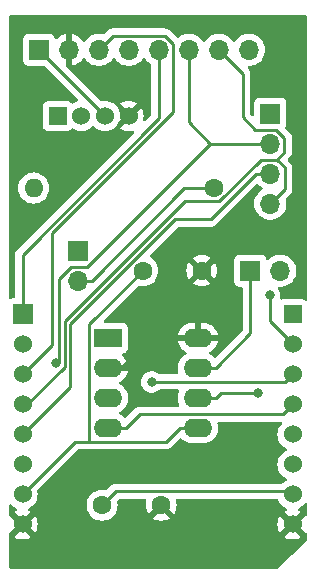
<source format=gbl>
G04 #@! TF.GenerationSoftware,KiCad,Pcbnew,8.0.6*
G04 #@! TF.CreationDate,2025-01-06T22:58:22-05:00*
G04 #@! TF.ProjectId,MikroBusCAN,4d696b72-6f42-4757-9343-414e2e6b6963,rev?*
G04 #@! TF.SameCoordinates,Original*
G04 #@! TF.FileFunction,Copper,L2,Bot*
G04 #@! TF.FilePolarity,Positive*
%FSLAX46Y46*%
G04 Gerber Fmt 4.6, Leading zero omitted, Abs format (unit mm)*
G04 Created by KiCad (PCBNEW 8.0.6) date 2025-01-06 22:58:22*
%MOMM*%
%LPD*%
G01*
G04 APERTURE LIST*
G04 #@! TA.AperFunction,ComponentPad*
%ADD10R,1.524000X1.524000*%
G04 #@! TD*
G04 #@! TA.AperFunction,ComponentPad*
%ADD11C,1.524000*%
G04 #@! TD*
G04 #@! TA.AperFunction,ComponentPad*
%ADD12R,1.700000X1.700000*%
G04 #@! TD*
G04 #@! TA.AperFunction,ComponentPad*
%ADD13O,1.700000X1.700000*%
G04 #@! TD*
G04 #@! TA.AperFunction,ComponentPad*
%ADD14C,1.600000*%
G04 #@! TD*
G04 #@! TA.AperFunction,ComponentPad*
%ADD15O,1.600000X1.600000*%
G04 #@! TD*
G04 #@! TA.AperFunction,ComponentPad*
%ADD16R,1.676400X1.676400*%
G04 #@! TD*
G04 #@! TA.AperFunction,ComponentPad*
%ADD17R,2.400000X1.600000*%
G04 #@! TD*
G04 #@! TA.AperFunction,ComponentPad*
%ADD18O,2.400000X1.600000*%
G04 #@! TD*
G04 #@! TA.AperFunction,ViaPad*
%ADD19C,0.800000*%
G04 #@! TD*
G04 #@! TA.AperFunction,Conductor*
%ADD20C,0.250000*%
G04 #@! TD*
G04 APERTURE END LIST*
D10*
X64900000Y-72658000D03*
D11*
X66900000Y-72658000D03*
X68900000Y-72658000D03*
X70900000Y-72658000D03*
D12*
X82900000Y-72458000D03*
D13*
X82900000Y-74998000D03*
X82900000Y-77538000D03*
X82900000Y-80078000D03*
D14*
X77100000Y-85758000D03*
X72100000Y-85758000D03*
X78100000Y-78758000D03*
D15*
X62860000Y-78758000D03*
D14*
X68650000Y-105608000D03*
X73650000Y-105608000D03*
D16*
X61915200Y-89457600D03*
D11*
X61915200Y-91997600D03*
X61915200Y-94537600D03*
X61915200Y-97077600D03*
X61915200Y-99617600D03*
X61915200Y-102157600D03*
X61915200Y-104697600D03*
X61915200Y-107237600D03*
X84775200Y-107237600D03*
X84775200Y-104697600D03*
X84775200Y-102157600D03*
X84775200Y-99617600D03*
X84775200Y-97077600D03*
X84775200Y-94537600D03*
X84775200Y-91997600D03*
D10*
X84775200Y-89457600D03*
D12*
X63300000Y-67058000D03*
D13*
X65840000Y-67058000D03*
X68380000Y-67058000D03*
X70920000Y-67058000D03*
X73460000Y-67058000D03*
X76000000Y-67058000D03*
X78540000Y-67058000D03*
X81080000Y-67058000D03*
D12*
X66600000Y-84058000D03*
D13*
X66600000Y-86598000D03*
D17*
X69130000Y-91458000D03*
D18*
X69130000Y-93998000D03*
X69130000Y-96538000D03*
X69130000Y-99078000D03*
X76750000Y-99078000D03*
X76750000Y-96538000D03*
X76750000Y-93998000D03*
X76750000Y-91458000D03*
D12*
X81200000Y-85758000D03*
D13*
X83740000Y-85758000D03*
D19*
X64752000Y-93587300D03*
X82833400Y-87851800D03*
X72848700Y-95176700D03*
X81872800Y-96090800D03*
D20*
X72850000Y-91408000D02*
X72900000Y-91458000D01*
X72900000Y-91458000D02*
X76750000Y-91458000D01*
X69130000Y-93998000D02*
X70260000Y-93998000D01*
X70260000Y-93998000D02*
X72850000Y-91408000D01*
X68650000Y-105608000D02*
X69832800Y-104425200D01*
X69832800Y-104425200D02*
X84502800Y-104425200D01*
X84502800Y-104425200D02*
X84775200Y-104697600D01*
X76750000Y-93998000D02*
X78276700Y-93998000D01*
X81200000Y-86934700D02*
X81200000Y-91074700D01*
X81200000Y-91074700D02*
X78276700Y-93998000D01*
X81200000Y-85758000D02*
X81200000Y-86934700D01*
X75616700Y-78758000D02*
X78100000Y-78758000D01*
X66600000Y-86598000D02*
X67776700Y-86598000D01*
X67776700Y-86598000D02*
X75616700Y-78758000D01*
X76000000Y-73175900D02*
X76000000Y-67058000D01*
X64969800Y-93369500D02*
X64752000Y-93587300D01*
X66040700Y-85421000D02*
X64969800Y-86491900D01*
X77822100Y-74998000D02*
X67399100Y-85421000D01*
X67399100Y-85421000D02*
X66040700Y-85421000D01*
X77822100Y-74998000D02*
X76000000Y-73175900D01*
X82900000Y-74998000D02*
X77822100Y-74998000D01*
X64969800Y-86491900D02*
X64969800Y-93369500D01*
X82833400Y-90055800D02*
X84775200Y-91997600D01*
X82833400Y-87851800D02*
X82833400Y-90055800D01*
X69556700Y-65881300D02*
X73952000Y-65881300D01*
X64439000Y-92013800D02*
X61915200Y-94537600D01*
X74644400Y-66573700D02*
X74644400Y-72322500D01*
X74644400Y-72322500D02*
X64439000Y-82527900D01*
X73952000Y-65881300D02*
X74644400Y-66573700D01*
X68380000Y-67058000D02*
X69556700Y-65881300D01*
X64439000Y-82527900D02*
X64439000Y-92013800D01*
X76750000Y-99078000D02*
X75223300Y-99078000D01*
X67566700Y-100223000D02*
X67566700Y-90291300D01*
X67566700Y-90291300D02*
X72100000Y-85758000D01*
X74078300Y-100223000D02*
X67566700Y-100223000D01*
X61915200Y-104697600D02*
X66389800Y-100223000D01*
X68900000Y-72658000D02*
X63300000Y-67058000D01*
X66389800Y-100223000D02*
X67566700Y-100223000D01*
X75223300Y-99078000D02*
X74078300Y-100223000D01*
X71830800Y-97903900D02*
X83948900Y-97903900D01*
X69130000Y-99078000D02*
X70656700Y-99078000D01*
X83948900Y-97903900D02*
X84775200Y-97077600D01*
X70656700Y-99078000D02*
X71830800Y-97903900D01*
X84084000Y-74520299D02*
X83386701Y-73823000D01*
X82106600Y-76344900D02*
X83440500Y-76344900D01*
X62289400Y-97077600D02*
X65478700Y-93888300D01*
X84102000Y-78876000D02*
X82900000Y-80078000D01*
X65478700Y-93888300D02*
X65478700Y-90051000D01*
X78566800Y-79884700D02*
X82106600Y-76344900D01*
X80562600Y-69080600D02*
X78540000Y-67058000D01*
X61915200Y-97077600D02*
X62289400Y-97077600D01*
X75645000Y-79884700D02*
X78566800Y-79884700D01*
X84084000Y-75701400D02*
X84084000Y-74520299D01*
X81615000Y-73823000D02*
X80562600Y-72770600D01*
X65478700Y-90051000D02*
X75645000Y-79884700D01*
X84102000Y-77006400D02*
X84102000Y-78876000D01*
X83440500Y-76344900D02*
X84084000Y-75701400D01*
X80562600Y-72770600D02*
X80562600Y-69080600D01*
X83386701Y-73823000D02*
X81615000Y-73823000D01*
X83440500Y-76344900D02*
X84102000Y-77006400D01*
X65930400Y-90303900D02*
X74841200Y-81393100D01*
X82900000Y-77538000D02*
X81723300Y-77538000D01*
X74841200Y-81393100D02*
X77868200Y-81393100D01*
X65930400Y-95602400D02*
X65930400Y-90303900D01*
X77868200Y-81393100D02*
X81723300Y-77538000D01*
X61915200Y-99617600D02*
X65930400Y-95602400D01*
X84775200Y-94537600D02*
X84136100Y-95176700D01*
X84136100Y-95176700D02*
X72848700Y-95176700D01*
X61915200Y-84400700D02*
X73460000Y-72855900D01*
X73460000Y-72855900D02*
X73460000Y-67058000D01*
X61915200Y-89457600D02*
X61915200Y-84400700D01*
X78276700Y-96538000D02*
X78723900Y-96090800D01*
X76750000Y-96538000D02*
X78276700Y-96538000D01*
X78723900Y-96090800D02*
X81872800Y-96090800D01*
G04 #@! TA.AperFunction,Conductor*
G36*
X83822573Y-98557402D02*
G01*
X83869066Y-98611058D01*
X83879170Y-98681332D01*
X83849676Y-98745912D01*
X83843547Y-98752495D01*
X83798225Y-98797816D01*
X83798220Y-98797822D01*
X83670712Y-98979923D01*
X83576761Y-99181401D01*
X83576759Y-99181406D01*
X83550056Y-99281063D01*
X83519222Y-99396137D01*
X83499847Y-99617600D01*
X83519222Y-99839063D01*
X83547051Y-99942921D01*
X83576759Y-100053793D01*
X83576761Y-100053799D01*
X83670711Y-100255275D01*
X83670712Y-100255277D01*
X83798216Y-100437372D01*
X83798220Y-100437377D01*
X83798223Y-100437381D01*
X83955419Y-100594577D01*
X83955423Y-100594580D01*
X83955427Y-100594583D01*
X84059324Y-100667332D01*
X84137523Y-100722088D01*
X84247573Y-100773405D01*
X84300858Y-100820322D01*
X84320319Y-100888599D01*
X84299777Y-100956559D01*
X84247573Y-101001795D01*
X84137523Y-101053112D01*
X83955422Y-101180620D01*
X83955416Y-101180625D01*
X83798225Y-101337816D01*
X83798220Y-101337822D01*
X83670712Y-101519923D01*
X83670712Y-101519924D01*
X83576760Y-101721404D01*
X83519222Y-101936137D01*
X83499847Y-102157600D01*
X83519222Y-102379063D01*
X83529900Y-102418913D01*
X83576759Y-102593793D01*
X83576761Y-102593799D01*
X83670711Y-102795275D01*
X83670712Y-102795277D01*
X83798216Y-102977372D01*
X83798220Y-102977377D01*
X83798223Y-102977381D01*
X83955419Y-103134577D01*
X83955423Y-103134580D01*
X83955427Y-103134583D01*
X84059324Y-103207332D01*
X84137523Y-103262088D01*
X84247573Y-103313405D01*
X84300858Y-103360322D01*
X84320319Y-103428599D01*
X84299777Y-103496559D01*
X84247573Y-103541795D01*
X84137523Y-103593112D01*
X83955422Y-103720620D01*
X83955416Y-103720625D01*
X83921247Y-103754795D01*
X83858935Y-103788821D01*
X83832152Y-103791700D01*
X69770403Y-103791700D01*
X69697368Y-103806228D01*
X69648015Y-103816045D01*
X69648013Y-103816045D01*
X69648012Y-103816046D01*
X69532724Y-103863800D01*
X69428967Y-103933127D01*
X69063246Y-104298848D01*
X69000934Y-104332873D01*
X68941540Y-104331459D01*
X68878090Y-104314457D01*
X68650000Y-104294502D01*
X68421913Y-104314457D01*
X68200759Y-104373715D01*
X68200753Y-104373717D01*
X67993250Y-104470477D01*
X67805703Y-104601799D01*
X67805697Y-104601804D01*
X67643804Y-104763697D01*
X67643799Y-104763703D01*
X67512477Y-104951250D01*
X67415717Y-105158753D01*
X67415715Y-105158759D01*
X67368418Y-105335275D01*
X67356457Y-105379913D01*
X67336502Y-105608000D01*
X67356457Y-105836087D01*
X67415716Y-106057243D01*
X67512477Y-106264749D01*
X67643802Y-106452300D01*
X67805700Y-106614198D01*
X67993251Y-106745523D01*
X68200757Y-106842284D01*
X68421913Y-106901543D01*
X68650000Y-106921498D01*
X68878087Y-106901543D01*
X69099243Y-106842284D01*
X69306749Y-106745523D01*
X69494300Y-106614198D01*
X69656198Y-106452300D01*
X69787523Y-106264749D01*
X69884284Y-106057243D01*
X69943543Y-105836087D01*
X69963498Y-105608000D01*
X69943543Y-105379913D01*
X69926540Y-105316458D01*
X69928230Y-105245483D01*
X69959152Y-105194752D01*
X70007570Y-105146335D01*
X70058301Y-105095604D01*
X70120613Y-105061579D01*
X70147396Y-105058700D01*
X72278837Y-105058700D01*
X72346958Y-105078702D01*
X72393451Y-105132358D01*
X72403555Y-105202632D01*
X72400544Y-105217312D01*
X72356951Y-105379999D01*
X72337004Y-105608000D01*
X72356951Y-105836002D01*
X72416186Y-106057068D01*
X72416188Y-106057073D01*
X72512913Y-106264501D01*
X72562898Y-106335888D01*
X72562900Y-106335888D01*
X73250000Y-105648788D01*
X73250000Y-105660661D01*
X73277259Y-105762394D01*
X73329920Y-105853606D01*
X73404394Y-105928080D01*
X73495606Y-105980741D01*
X73597339Y-106008000D01*
X73609210Y-106008000D01*
X72922110Y-106695098D01*
X72922110Y-106695100D01*
X72993498Y-106745086D01*
X73200926Y-106841811D01*
X73200931Y-106841813D01*
X73421999Y-106901048D01*
X73421995Y-106901048D01*
X73650000Y-106920995D01*
X73878002Y-106901048D01*
X74099068Y-106841813D01*
X74099073Y-106841811D01*
X74306497Y-106745088D01*
X74377888Y-106695099D01*
X74377888Y-106695097D01*
X73690791Y-106008000D01*
X73702661Y-106008000D01*
X73804394Y-105980741D01*
X73895606Y-105928080D01*
X73970080Y-105853606D01*
X74022741Y-105762394D01*
X74050000Y-105660661D01*
X74050000Y-105648791D01*
X74737097Y-106335888D01*
X74737099Y-106335888D01*
X74787088Y-106264497D01*
X74883811Y-106057073D01*
X74883813Y-106057068D01*
X74943048Y-105836002D01*
X74962995Y-105608000D01*
X74943048Y-105379999D01*
X74899456Y-105217312D01*
X74901146Y-105146335D01*
X74940940Y-105087539D01*
X75006204Y-105059591D01*
X75021163Y-105058700D01*
X83461471Y-105058700D01*
X83529592Y-105078702D01*
X83575666Y-105131450D01*
X83670711Y-105335275D01*
X83670712Y-105335277D01*
X83798216Y-105517372D01*
X83798220Y-105517377D01*
X83798223Y-105517381D01*
X83955419Y-105674577D01*
X83955423Y-105674580D01*
X83955427Y-105674583D01*
X84059324Y-105747332D01*
X84137523Y-105802088D01*
X84202510Y-105832392D01*
X84248164Y-105853681D01*
X84301449Y-105900598D01*
X84320910Y-105968876D01*
X84300368Y-106036836D01*
X84248165Y-106082070D01*
X84137777Y-106133545D01*
X84074594Y-106177785D01*
X84695566Y-106798757D01*
X84603629Y-106823392D01*
X84502270Y-106881911D01*
X84419511Y-106964670D01*
X84360992Y-107066029D01*
X84336357Y-107157966D01*
X83715385Y-106536994D01*
X83671146Y-106600175D01*
X83577233Y-106801572D01*
X83577231Y-106801576D01*
X83519717Y-107016225D01*
X83500349Y-107237600D01*
X83519717Y-107458974D01*
X83577231Y-107673623D01*
X83577233Y-107673627D01*
X83671146Y-107875025D01*
X83715384Y-107938203D01*
X83715385Y-107938203D01*
X84336356Y-107317231D01*
X84360992Y-107409171D01*
X84419511Y-107510530D01*
X84502270Y-107593289D01*
X84603629Y-107651808D01*
X84695566Y-107676442D01*
X84074595Y-108297413D01*
X84074595Y-108297414D01*
X84137775Y-108341653D01*
X84137774Y-108341653D01*
X84339172Y-108435566D01*
X84339176Y-108435568D01*
X84553825Y-108493082D01*
X84775200Y-108512450D01*
X84996574Y-108493082D01*
X85211223Y-108435568D01*
X85211227Y-108435566D01*
X85412625Y-108341653D01*
X85412626Y-108341652D01*
X85475803Y-108297414D01*
X85475803Y-108297412D01*
X84854833Y-107676442D01*
X84946771Y-107651808D01*
X85048130Y-107593289D01*
X85130889Y-107510530D01*
X85189408Y-107409171D01*
X85214042Y-107317233D01*
X85835012Y-107938203D01*
X85883519Y-107933960D01*
X85953124Y-107947950D01*
X86004116Y-107997349D01*
X86020500Y-108059481D01*
X86020500Y-108573120D01*
X86000498Y-108641241D01*
X85980998Y-108664740D01*
X83562407Y-110948120D01*
X83499142Y-110980339D01*
X83475909Y-110982500D01*
X60897500Y-110982500D01*
X60829379Y-110962498D01*
X60782886Y-110908842D01*
X60771500Y-110856500D01*
X60771500Y-108068369D01*
X60791502Y-108000248D01*
X60814452Y-107980361D01*
X60813840Y-107979749D01*
X61476356Y-107317232D01*
X61500992Y-107409171D01*
X61559511Y-107510530D01*
X61642270Y-107593289D01*
X61743629Y-107651808D01*
X61835566Y-107676442D01*
X61214595Y-108297413D01*
X61214595Y-108297414D01*
X61277775Y-108341653D01*
X61277774Y-108341653D01*
X61479172Y-108435566D01*
X61479176Y-108435568D01*
X61693825Y-108493082D01*
X61915200Y-108512450D01*
X62136574Y-108493082D01*
X62351223Y-108435568D01*
X62351227Y-108435566D01*
X62552625Y-108341653D01*
X62552626Y-108341652D01*
X62615803Y-108297414D01*
X62615803Y-108297412D01*
X61994833Y-107676442D01*
X62086771Y-107651808D01*
X62188130Y-107593289D01*
X62270889Y-107510530D01*
X62329408Y-107409171D01*
X62354042Y-107317233D01*
X62975012Y-107938203D01*
X62975014Y-107938203D01*
X63019252Y-107875026D01*
X63019253Y-107875025D01*
X63113166Y-107673627D01*
X63113168Y-107673623D01*
X63170682Y-107458974D01*
X63190050Y-107237600D01*
X63170682Y-107016225D01*
X63113168Y-106801576D01*
X63113166Y-106801572D01*
X63019251Y-106600171D01*
X62975015Y-106536995D01*
X62975013Y-106536995D01*
X62354042Y-107157966D01*
X62329408Y-107066029D01*
X62270889Y-106964670D01*
X62188130Y-106881911D01*
X62086771Y-106823392D01*
X61994832Y-106798757D01*
X62615803Y-106177785D01*
X62615803Y-106177784D01*
X62552625Y-106133546D01*
X62552620Y-106133543D01*
X62442234Y-106082069D01*
X62388950Y-106035152D01*
X62369489Y-105966875D01*
X62390031Y-105898915D01*
X62442234Y-105853681D01*
X62552877Y-105802088D01*
X62734981Y-105674577D01*
X62892177Y-105517381D01*
X63019688Y-105335277D01*
X63113640Y-105133796D01*
X63171178Y-104919063D01*
X63190553Y-104697600D01*
X63171178Y-104476137D01*
X63160713Y-104437082D01*
X63162401Y-104366111D01*
X63193322Y-104315380D01*
X66615299Y-100893405D01*
X66677611Y-100859379D01*
X66704394Y-100856500D01*
X74140693Y-100856500D01*
X74140694Y-100856500D01*
X74263085Y-100832155D01*
X74378375Y-100784400D01*
X74482133Y-100715071D01*
X75220260Y-99976943D01*
X75282569Y-99942921D01*
X75353384Y-99947985D01*
X75398447Y-99976946D01*
X75497564Y-100076063D01*
X75497567Y-100076065D01*
X75497570Y-100076068D01*
X75664197Y-100197129D01*
X75847710Y-100290634D01*
X76043592Y-100354280D01*
X76247019Y-100386500D01*
X76247022Y-100386500D01*
X77252978Y-100386500D01*
X77252981Y-100386500D01*
X77456408Y-100354280D01*
X77652290Y-100290634D01*
X77835803Y-100197129D01*
X78002430Y-100076068D01*
X78148068Y-99930430D01*
X78269129Y-99763803D01*
X78362634Y-99580290D01*
X78426280Y-99384408D01*
X78458500Y-99180981D01*
X78458500Y-98975019D01*
X78426280Y-98771592D01*
X78403776Y-98702334D01*
X78401749Y-98631369D01*
X78438411Y-98570571D01*
X78502123Y-98539246D01*
X78523610Y-98537400D01*
X83754452Y-98537400D01*
X83822573Y-98557402D01*
G37*
G04 #@! TD.AperFunction*
G04 #@! TA.AperFunction,Conductor*
G36*
X60980012Y-105559624D02*
G01*
X60986595Y-105565753D01*
X61095419Y-105674577D01*
X61095423Y-105674580D01*
X61095427Y-105674583D01*
X61199324Y-105747332D01*
X61277523Y-105802088D01*
X61342510Y-105832392D01*
X61388164Y-105853681D01*
X61441449Y-105900598D01*
X61460910Y-105968876D01*
X61440368Y-106036836D01*
X61388165Y-106082070D01*
X61277777Y-106133545D01*
X61214594Y-106177785D01*
X61835566Y-106798757D01*
X61743629Y-106823392D01*
X61642270Y-106881911D01*
X61559511Y-106964670D01*
X61500992Y-107066029D01*
X61476357Y-107157966D01*
X60813839Y-106495448D01*
X60814521Y-106494765D01*
X60787880Y-106468952D01*
X60771500Y-106406828D01*
X60771500Y-105654848D01*
X60791502Y-105586727D01*
X60845158Y-105540234D01*
X60915432Y-105530130D01*
X60980012Y-105559624D01*
G37*
G04 #@! TD.AperFunction*
G04 #@! TA.AperFunction,Conductor*
G36*
X85980724Y-105441919D02*
G01*
X86016709Y-105503121D01*
X86020500Y-105533797D01*
X86020500Y-106415717D01*
X86000498Y-106483838D01*
X85946842Y-106530331D01*
X85883520Y-106541238D01*
X85835014Y-106536994D01*
X85214042Y-107157966D01*
X85189408Y-107066029D01*
X85130889Y-106964670D01*
X85048130Y-106881911D01*
X84946771Y-106823392D01*
X84854832Y-106798757D01*
X85475803Y-106177785D01*
X85475803Y-106177784D01*
X85412625Y-106133546D01*
X85412620Y-106133543D01*
X85302234Y-106082069D01*
X85248950Y-106035152D01*
X85229489Y-105966875D01*
X85250031Y-105898915D01*
X85302234Y-105853681D01*
X85412877Y-105802088D01*
X85594981Y-105674577D01*
X85752177Y-105517381D01*
X85791287Y-105461527D01*
X85846744Y-105417198D01*
X85917363Y-105409889D01*
X85980724Y-105441919D01*
G37*
G04 #@! TD.AperFunction*
G04 #@! TA.AperFunction,Conductor*
G36*
X85962621Y-64153502D02*
G01*
X86009114Y-64207158D01*
X86020500Y-64259500D01*
X86020500Y-88170482D01*
X86000498Y-88238603D01*
X85946842Y-88285096D01*
X85876568Y-88295200D01*
X85818992Y-88271351D01*
X85783406Y-88244712D01*
X85783402Y-88244710D01*
X85646404Y-88193611D01*
X85646396Y-88193609D01*
X85585849Y-88187100D01*
X85585838Y-88187100D01*
X83964562Y-88187100D01*
X83964550Y-88187100D01*
X83904003Y-88193609D01*
X83903996Y-88193611D01*
X83890876Y-88198505D01*
X83820060Y-88203569D01*
X83757748Y-88169543D01*
X83723724Y-88107230D01*
X83726667Y-88048418D01*
X83725570Y-88048185D01*
X83726942Y-88041730D01*
X83732915Y-87984900D01*
X83746904Y-87851800D01*
X83726942Y-87661872D01*
X83667927Y-87480244D01*
X83572440Y-87314856D01*
X83572439Y-87314855D01*
X83569138Y-87309137D01*
X83570704Y-87308232D01*
X83549820Y-87249683D01*
X83565906Y-87180533D01*
X83616824Y-87131057D01*
X83675615Y-87116500D01*
X83852565Y-87116500D01*
X83852569Y-87116500D01*
X84074635Y-87079444D01*
X84287574Y-87006342D01*
X84485576Y-86899189D01*
X84663240Y-86760906D01*
X84815722Y-86595268D01*
X84938860Y-86406791D01*
X85029296Y-86200616D01*
X85084564Y-85982368D01*
X85103156Y-85758000D01*
X85084564Y-85533632D01*
X85084562Y-85533624D01*
X85029297Y-85315387D01*
X85029296Y-85315386D01*
X85029296Y-85315384D01*
X84938860Y-85109209D01*
X84887182Y-85030110D01*
X84815724Y-84920734D01*
X84815720Y-84920729D01*
X84663237Y-84755091D01*
X84581382Y-84691381D01*
X84485576Y-84616811D01*
X84287574Y-84509658D01*
X84287572Y-84509657D01*
X84287571Y-84509656D01*
X84074639Y-84436557D01*
X84074630Y-84436555D01*
X84030476Y-84429187D01*
X83852569Y-84399500D01*
X83627431Y-84399500D01*
X83479211Y-84424233D01*
X83405369Y-84436555D01*
X83405360Y-84436557D01*
X83192428Y-84509656D01*
X83192426Y-84509658D01*
X82994426Y-84616810D01*
X82994424Y-84616811D01*
X82816762Y-84755091D01*
X82755754Y-84821363D01*
X82694901Y-84857933D01*
X82623936Y-84855798D01*
X82565391Y-84815636D01*
X82544999Y-84780057D01*
X82520265Y-84713744D01*
X82500889Y-84661796D01*
X82500888Y-84661794D01*
X82500887Y-84661792D01*
X82413261Y-84544738D01*
X82296207Y-84457112D01*
X82296202Y-84457110D01*
X82159204Y-84406011D01*
X82159196Y-84406009D01*
X82098649Y-84399500D01*
X82098638Y-84399500D01*
X80301362Y-84399500D01*
X80301350Y-84399500D01*
X80240803Y-84406009D01*
X80240795Y-84406011D01*
X80103797Y-84457110D01*
X80103792Y-84457112D01*
X79986738Y-84544738D01*
X79899112Y-84661792D01*
X79899110Y-84661797D01*
X79848011Y-84798795D01*
X79848009Y-84798803D01*
X79841500Y-84859350D01*
X79841500Y-86656649D01*
X79848009Y-86717196D01*
X79848011Y-86717204D01*
X79899110Y-86854202D01*
X79899112Y-86854207D01*
X79986738Y-86971261D01*
X80103792Y-87058887D01*
X80103794Y-87058888D01*
X80103796Y-87058889D01*
X80137599Y-87071497D01*
X80240795Y-87109988D01*
X80240803Y-87109990D01*
X80301350Y-87116499D01*
X80301355Y-87116499D01*
X80301362Y-87116500D01*
X80440500Y-87116500D01*
X80508621Y-87136502D01*
X80555114Y-87190158D01*
X80566500Y-87242500D01*
X80566500Y-90760104D01*
X80546498Y-90828225D01*
X80529595Y-90849199D01*
X78279741Y-93099052D01*
X78217429Y-93133078D01*
X78146613Y-93128013D01*
X78101551Y-93099052D01*
X78002435Y-92999936D01*
X78002432Y-92999934D01*
X78002430Y-92999932D01*
X77835803Y-92878871D01*
X77759486Y-92839985D01*
X77707873Y-92791239D01*
X77690807Y-92722324D01*
X77713708Y-92655122D01*
X77759488Y-92615453D01*
X77835545Y-92576699D01*
X78002107Y-92455684D01*
X78002110Y-92455682D01*
X78147682Y-92310110D01*
X78147684Y-92310107D01*
X78268699Y-92143545D01*
X78362170Y-91960099D01*
X78362173Y-91960093D01*
X78425791Y-91764295D01*
X78434074Y-91712000D01*
X77061686Y-91712000D01*
X77070080Y-91703606D01*
X77122741Y-91612394D01*
X77150000Y-91510661D01*
X77150000Y-91405339D01*
X77122741Y-91303606D01*
X77070080Y-91212394D01*
X77061686Y-91204000D01*
X78434074Y-91204000D01*
X78425791Y-91151704D01*
X78362173Y-90955906D01*
X78362170Y-90955900D01*
X78268699Y-90772454D01*
X78147684Y-90605892D01*
X78147682Y-90605889D01*
X78002110Y-90460317D01*
X78002107Y-90460315D01*
X77835545Y-90339300D01*
X77652099Y-90245829D01*
X77652093Y-90245826D01*
X77456294Y-90182208D01*
X77456298Y-90182208D01*
X77252939Y-90150000D01*
X77004000Y-90150000D01*
X77004000Y-91146314D01*
X76995606Y-91137920D01*
X76904394Y-91085259D01*
X76802661Y-91058000D01*
X76697339Y-91058000D01*
X76595606Y-91085259D01*
X76504394Y-91137920D01*
X76496000Y-91146314D01*
X76496000Y-90150000D01*
X76247061Y-90150000D01*
X76043703Y-90182208D01*
X75847906Y-90245826D01*
X75847900Y-90245829D01*
X75664454Y-90339300D01*
X75497892Y-90460315D01*
X75497889Y-90460317D01*
X75352317Y-90605889D01*
X75352315Y-90605892D01*
X75231300Y-90772454D01*
X75137829Y-90955900D01*
X75137826Y-90955906D01*
X75074208Y-91151704D01*
X75065926Y-91204000D01*
X76438314Y-91204000D01*
X76429920Y-91212394D01*
X76377259Y-91303606D01*
X76350000Y-91405339D01*
X76350000Y-91510661D01*
X76377259Y-91612394D01*
X76429920Y-91703606D01*
X76438314Y-91712000D01*
X75065926Y-91712000D01*
X75074208Y-91764295D01*
X75137826Y-91960093D01*
X75137829Y-91960099D01*
X75231300Y-92143545D01*
X75352315Y-92310107D01*
X75352317Y-92310110D01*
X75497889Y-92455682D01*
X75497892Y-92455684D01*
X75664455Y-92576700D01*
X75740511Y-92615453D01*
X75792126Y-92664202D01*
X75809192Y-92733117D01*
X75786291Y-92800318D01*
X75740511Y-92839987D01*
X75664193Y-92878872D01*
X75497567Y-92999934D01*
X75497564Y-92999936D01*
X75351936Y-93145564D01*
X75351934Y-93145567D01*
X75230873Y-93312193D01*
X75137367Y-93495708D01*
X75137364Y-93495714D01*
X75073721Y-93691587D01*
X75073720Y-93691590D01*
X75073720Y-93691592D01*
X75041500Y-93895019D01*
X75041500Y-94100981D01*
X75069266Y-94276286D01*
X75073721Y-94304412D01*
X75097717Y-94378264D01*
X75099745Y-94449231D01*
X75063082Y-94510029D01*
X74999370Y-94541355D01*
X74977884Y-94543200D01*
X73556900Y-94543200D01*
X73488779Y-94523198D01*
X73463263Y-94501510D01*
X73459952Y-94497833D01*
X73305452Y-94385582D01*
X73130988Y-94307906D01*
X72944187Y-94268200D01*
X72753213Y-94268200D01*
X72566411Y-94307906D01*
X72391947Y-94385582D01*
X72237444Y-94497835D01*
X72109665Y-94639748D01*
X72109658Y-94639758D01*
X72014176Y-94805138D01*
X72014173Y-94805145D01*
X71955157Y-94986772D01*
X71935196Y-95176700D01*
X71955157Y-95366627D01*
X71985226Y-95459170D01*
X72014173Y-95548256D01*
X72014176Y-95548261D01*
X72109658Y-95713641D01*
X72109665Y-95713651D01*
X72237444Y-95855564D01*
X72266341Y-95876559D01*
X72391948Y-95967818D01*
X72566412Y-96045494D01*
X72753213Y-96085200D01*
X72944187Y-96085200D01*
X73130988Y-96045494D01*
X73305452Y-95967818D01*
X73459953Y-95855566D01*
X73463263Y-95851890D01*
X73523709Y-95814650D01*
X73556900Y-95810200D01*
X75046656Y-95810200D01*
X75114777Y-95830202D01*
X75161270Y-95883858D01*
X75171374Y-95954132D01*
X75158923Y-95993400D01*
X75152383Y-96006238D01*
X75137367Y-96035708D01*
X75137364Y-96035714D01*
X75073721Y-96231587D01*
X75073720Y-96231590D01*
X75073720Y-96231592D01*
X75041500Y-96435019D01*
X75041500Y-96640981D01*
X75054697Y-96724300D01*
X75073721Y-96844412D01*
X75137082Y-97039418D01*
X75137366Y-97040290D01*
X75161267Y-97087198D01*
X75174371Y-97156974D01*
X75147671Y-97222758D01*
X75089644Y-97263665D01*
X75049000Y-97270400D01*
X71768403Y-97270400D01*
X71695368Y-97284928D01*
X71646015Y-97294745D01*
X71646013Y-97294745D01*
X71646012Y-97294746D01*
X71530723Y-97342501D01*
X71426971Y-97411826D01*
X71426969Y-97411827D01*
X70659741Y-98179053D01*
X70597429Y-98213078D01*
X70526613Y-98208013D01*
X70481551Y-98179052D01*
X70382435Y-98079936D01*
X70382432Y-98079934D01*
X70382430Y-98079932D01*
X70215803Y-97958871D01*
X70140034Y-97920265D01*
X70088422Y-97871519D01*
X70071356Y-97802604D01*
X70094257Y-97735402D01*
X70140034Y-97695735D01*
X70215803Y-97657129D01*
X70382430Y-97536068D01*
X70528068Y-97390430D01*
X70649129Y-97223803D01*
X70742634Y-97040290D01*
X70806280Y-96844408D01*
X70838500Y-96640981D01*
X70838500Y-96435019D01*
X70806280Y-96231592D01*
X70742634Y-96035710D01*
X70649129Y-95852197D01*
X70528068Y-95685570D01*
X70528065Y-95685567D01*
X70528063Y-95685564D01*
X70382435Y-95539936D01*
X70382432Y-95539934D01*
X70382430Y-95539932D01*
X70215803Y-95418871D01*
X70139486Y-95379985D01*
X70087873Y-95331239D01*
X70070807Y-95262324D01*
X70093708Y-95195122D01*
X70139488Y-95155453D01*
X70215545Y-95116699D01*
X70382107Y-94995684D01*
X70382110Y-94995682D01*
X70527682Y-94850110D01*
X70527684Y-94850107D01*
X70648699Y-94683545D01*
X70742170Y-94500099D01*
X70742173Y-94500093D01*
X70805791Y-94304295D01*
X70814074Y-94252000D01*
X69441686Y-94252000D01*
X69450080Y-94243606D01*
X69502741Y-94152394D01*
X69530000Y-94050661D01*
X69530000Y-93945339D01*
X69502741Y-93843606D01*
X69450080Y-93752394D01*
X69441686Y-93744000D01*
X70814074Y-93744000D01*
X70805791Y-93691704D01*
X70742173Y-93495906D01*
X70742170Y-93495900D01*
X70648699Y-93312454D01*
X70527684Y-93145892D01*
X70527682Y-93145889D01*
X70382110Y-93000317D01*
X70382102Y-93000310D01*
X70365934Y-92988563D01*
X70322581Y-92932340D01*
X70316507Y-92861604D01*
X70349640Y-92798813D01*
X70411461Y-92763903D01*
X70426523Y-92761351D01*
X70439201Y-92759989D01*
X70576204Y-92708889D01*
X70693261Y-92621261D01*
X70780889Y-92504204D01*
X70831989Y-92367201D01*
X70838500Y-92306638D01*
X70838500Y-90609362D01*
X70833871Y-90566304D01*
X70831990Y-90548803D01*
X70831988Y-90548795D01*
X70780889Y-90411797D01*
X70780887Y-90411792D01*
X70693261Y-90294738D01*
X70576207Y-90207112D01*
X70576202Y-90207110D01*
X70439204Y-90156011D01*
X70439196Y-90156009D01*
X70378649Y-90149500D01*
X70378638Y-90149500D01*
X68908594Y-90149500D01*
X68840473Y-90129498D01*
X68793980Y-90075842D01*
X68783876Y-90005568D01*
X68813370Y-89940988D01*
X68819499Y-89934405D01*
X69000873Y-89753030D01*
X71686753Y-87067149D01*
X71749063Y-87033126D01*
X71808457Y-87034539D01*
X71850653Y-87045846D01*
X71870065Y-87051048D01*
X71871913Y-87051543D01*
X72100000Y-87071498D01*
X72328087Y-87051543D01*
X72549243Y-86992284D01*
X72756749Y-86895523D01*
X72944300Y-86764198D01*
X73106198Y-86602300D01*
X73237523Y-86414749D01*
X73334284Y-86207243D01*
X73393543Y-85986087D01*
X73413498Y-85758000D01*
X75787004Y-85758000D01*
X75806951Y-85986002D01*
X75866186Y-86207068D01*
X75866188Y-86207073D01*
X75962913Y-86414501D01*
X76012899Y-86485888D01*
X76700000Y-85798788D01*
X76700000Y-85810661D01*
X76727259Y-85912394D01*
X76779920Y-86003606D01*
X76854394Y-86078080D01*
X76945606Y-86130741D01*
X77047339Y-86158000D01*
X77059210Y-86158000D01*
X76372110Y-86845098D01*
X76372110Y-86845100D01*
X76443498Y-86895086D01*
X76650926Y-86991811D01*
X76650931Y-86991813D01*
X76871999Y-87051048D01*
X76871995Y-87051048D01*
X77100000Y-87070995D01*
X77328002Y-87051048D01*
X77549068Y-86991813D01*
X77549073Y-86991811D01*
X77756497Y-86895088D01*
X77827888Y-86845099D01*
X77827888Y-86845097D01*
X77140791Y-86158000D01*
X77152661Y-86158000D01*
X77254394Y-86130741D01*
X77345606Y-86078080D01*
X77420080Y-86003606D01*
X77472741Y-85912394D01*
X77500000Y-85810661D01*
X77500000Y-85798791D01*
X78187097Y-86485888D01*
X78187099Y-86485888D01*
X78237088Y-86414497D01*
X78333811Y-86207073D01*
X78333813Y-86207068D01*
X78393048Y-85986002D01*
X78412995Y-85758000D01*
X78393048Y-85529997D01*
X78333813Y-85308931D01*
X78333811Y-85308926D01*
X78237086Y-85101498D01*
X78187100Y-85030110D01*
X78187098Y-85030110D01*
X77500000Y-85717208D01*
X77500000Y-85705339D01*
X77472741Y-85603606D01*
X77420080Y-85512394D01*
X77345606Y-85437920D01*
X77254394Y-85385259D01*
X77152661Y-85358000D01*
X77140790Y-85358000D01*
X77827888Y-84670899D01*
X77827888Y-84670898D01*
X77756501Y-84620913D01*
X77549073Y-84524188D01*
X77549068Y-84524186D01*
X77328000Y-84464951D01*
X77328004Y-84464951D01*
X77100000Y-84445004D01*
X76871997Y-84464951D01*
X76650931Y-84524186D01*
X76650926Y-84524188D01*
X76443500Y-84620913D01*
X76372109Y-84670900D01*
X77059209Y-85358000D01*
X77047339Y-85358000D01*
X76945606Y-85385259D01*
X76854394Y-85437920D01*
X76779920Y-85512394D01*
X76727259Y-85603606D01*
X76700000Y-85705339D01*
X76700000Y-85717209D01*
X76012900Y-85030109D01*
X75962913Y-85101500D01*
X75866188Y-85308926D01*
X75866186Y-85308931D01*
X75806951Y-85529997D01*
X75787004Y-85758000D01*
X73413498Y-85758000D01*
X73393543Y-85529913D01*
X73334284Y-85308757D01*
X73237523Y-85101251D01*
X73106198Y-84913700D01*
X72944300Y-84751802D01*
X72944296Y-84751799D01*
X72944291Y-84751795D01*
X72756749Y-84620477D01*
X72756745Y-84620475D01*
X72751367Y-84617967D01*
X72698083Y-84571049D01*
X72678623Y-84502771D01*
X72699166Y-84434811D01*
X72715519Y-84414683D01*
X75066699Y-82063505D01*
X75129011Y-82029479D01*
X75155794Y-82026600D01*
X77930593Y-82026600D01*
X77930594Y-82026600D01*
X78052985Y-82002255D01*
X78168275Y-81954500D01*
X78272033Y-81885171D01*
X81711128Y-78446075D01*
X81773438Y-78412051D01*
X81844253Y-78417116D01*
X81892922Y-78449834D01*
X81976762Y-78540908D01*
X82031331Y-78583381D01*
X82154424Y-78679189D01*
X82187680Y-78697186D01*
X82238071Y-78747200D01*
X82253423Y-78816516D01*
X82228862Y-78883129D01*
X82187680Y-78918814D01*
X82154426Y-78936810D01*
X82154424Y-78936811D01*
X81976762Y-79075091D01*
X81824279Y-79240729D01*
X81824275Y-79240734D01*
X81701141Y-79429206D01*
X81610703Y-79635386D01*
X81610702Y-79635387D01*
X81555437Y-79853624D01*
X81536844Y-80078000D01*
X81555437Y-80302375D01*
X81610702Y-80520612D01*
X81610703Y-80520613D01*
X81701141Y-80726793D01*
X81824275Y-80915265D01*
X81824279Y-80915270D01*
X81976762Y-81080908D01*
X82031331Y-81123381D01*
X82154424Y-81219189D01*
X82352426Y-81326342D01*
X82352427Y-81326342D01*
X82352428Y-81326343D01*
X82464227Y-81364723D01*
X82565365Y-81399444D01*
X82787431Y-81436500D01*
X82787435Y-81436500D01*
X83012565Y-81436500D01*
X83012569Y-81436500D01*
X83234635Y-81399444D01*
X83447574Y-81326342D01*
X83645576Y-81219189D01*
X83823240Y-81080906D01*
X83975722Y-80915268D01*
X84098860Y-80726791D01*
X84189296Y-80520616D01*
X84244564Y-80302368D01*
X84263156Y-80078000D01*
X84244564Y-79853632D01*
X84216817Y-79744063D01*
X84219483Y-79673119D01*
X84249864Y-79624039D01*
X84594072Y-79279833D01*
X84663401Y-79176075D01*
X84711155Y-79060784D01*
X84734627Y-78942785D01*
X84735500Y-78938394D01*
X84735500Y-76944006D01*
X84711155Y-76821615D01*
X84663400Y-76706325D01*
X84594071Y-76602567D01*
X84505833Y-76514329D01*
X84425499Y-76433995D01*
X84391473Y-76371683D01*
X84396538Y-76300868D01*
X84425499Y-76255805D01*
X84576071Y-76105233D01*
X84645400Y-76001475D01*
X84693155Y-75886185D01*
X84703283Y-75835268D01*
X84717500Y-75763794D01*
X84717500Y-74457905D01*
X84693155Y-74335514D01*
X84648138Y-74226833D01*
X84645401Y-74220224D01*
X84576072Y-74116466D01*
X84197999Y-73738393D01*
X84163973Y-73676081D01*
X84169038Y-73605266D01*
X84186224Y-73573793D01*
X84200889Y-73554204D01*
X84251989Y-73417201D01*
X84258500Y-73356638D01*
X84258500Y-71559362D01*
X84255638Y-71532738D01*
X84251990Y-71498803D01*
X84251988Y-71498795D01*
X84200889Y-71361797D01*
X84200887Y-71361792D01*
X84113261Y-71244738D01*
X83996207Y-71157112D01*
X83996202Y-71157110D01*
X83859204Y-71106011D01*
X83859196Y-71106009D01*
X83798649Y-71099500D01*
X83798638Y-71099500D01*
X82001362Y-71099500D01*
X82001350Y-71099500D01*
X81940803Y-71106009D01*
X81940795Y-71106011D01*
X81803797Y-71157110D01*
X81803792Y-71157112D01*
X81686738Y-71244738D01*
X81599112Y-71361792D01*
X81599110Y-71361797D01*
X81548011Y-71498795D01*
X81548009Y-71498803D01*
X81541500Y-71559350D01*
X81541500Y-72549406D01*
X81521498Y-72617527D01*
X81467842Y-72664020D01*
X81397568Y-72674124D01*
X81332988Y-72644630D01*
X81326405Y-72638501D01*
X81233005Y-72545101D01*
X81198979Y-72482789D01*
X81196100Y-72456006D01*
X81196100Y-69018207D01*
X81196099Y-69018203D01*
X81171755Y-68895815D01*
X81124000Y-68780525D01*
X81054671Y-68676767D01*
X81009499Y-68631595D01*
X80975473Y-68569283D01*
X80980538Y-68498468D01*
X81023085Y-68441632D01*
X81089605Y-68416821D01*
X81098594Y-68416500D01*
X81192565Y-68416500D01*
X81192569Y-68416500D01*
X81414635Y-68379444D01*
X81627574Y-68306342D01*
X81825576Y-68199189D01*
X82003240Y-68060906D01*
X82155722Y-67895268D01*
X82155927Y-67894955D01*
X82162441Y-67884983D01*
X82278860Y-67706791D01*
X82369296Y-67500616D01*
X82424564Y-67282368D01*
X82443156Y-67058000D01*
X82424564Y-66833632D01*
X82369296Y-66615384D01*
X82278860Y-66409209D01*
X82261597Y-66382786D01*
X82155724Y-66220734D01*
X82155720Y-66220729D01*
X82027667Y-66081629D01*
X82003240Y-66055094D01*
X82003239Y-66055093D01*
X82003237Y-66055091D01*
X81883367Y-65961792D01*
X81825576Y-65916811D01*
X81627574Y-65809658D01*
X81627572Y-65809657D01*
X81627571Y-65809656D01*
X81414639Y-65736557D01*
X81414630Y-65736555D01*
X81337029Y-65723606D01*
X81192569Y-65699500D01*
X80967431Y-65699500D01*
X80822971Y-65723606D01*
X80745369Y-65736555D01*
X80745360Y-65736557D01*
X80532428Y-65809656D01*
X80532426Y-65809658D01*
X80334426Y-65916810D01*
X80334424Y-65916811D01*
X80156762Y-66055091D01*
X80004279Y-66220729D01*
X79915483Y-66356643D01*
X79861479Y-66402731D01*
X79791131Y-66412306D01*
X79726774Y-66382329D01*
X79704517Y-66356643D01*
X79615720Y-66220729D01*
X79487667Y-66081629D01*
X79463240Y-66055094D01*
X79463239Y-66055093D01*
X79463237Y-66055091D01*
X79343367Y-65961792D01*
X79285576Y-65916811D01*
X79087574Y-65809658D01*
X79087572Y-65809657D01*
X79087571Y-65809656D01*
X78874639Y-65736557D01*
X78874630Y-65736555D01*
X78797029Y-65723606D01*
X78652569Y-65699500D01*
X78427431Y-65699500D01*
X78282971Y-65723606D01*
X78205369Y-65736555D01*
X78205360Y-65736557D01*
X77992428Y-65809656D01*
X77992426Y-65809658D01*
X77794426Y-65916810D01*
X77794424Y-65916811D01*
X77616762Y-66055091D01*
X77464279Y-66220729D01*
X77375483Y-66356643D01*
X77321479Y-66402731D01*
X77251131Y-66412306D01*
X77186774Y-66382329D01*
X77164517Y-66356643D01*
X77075720Y-66220729D01*
X76947667Y-66081629D01*
X76923240Y-66055094D01*
X76923239Y-66055093D01*
X76923237Y-66055091D01*
X76803367Y-65961792D01*
X76745576Y-65916811D01*
X76547574Y-65809658D01*
X76547572Y-65809657D01*
X76547571Y-65809656D01*
X76334639Y-65736557D01*
X76334630Y-65736555D01*
X76257029Y-65723606D01*
X76112569Y-65699500D01*
X75887431Y-65699500D01*
X75742971Y-65723606D01*
X75665369Y-65736555D01*
X75665360Y-65736557D01*
X75452428Y-65809656D01*
X75452426Y-65809658D01*
X75254426Y-65916810D01*
X75254423Y-65916811D01*
X75133603Y-66010850D01*
X75067560Y-66036906D01*
X74997915Y-66023120D01*
X74967117Y-66000513D01*
X74355835Y-65389231D01*
X74355833Y-65389229D01*
X74252075Y-65319900D01*
X74136785Y-65272145D01*
X74063086Y-65257485D01*
X74014396Y-65247800D01*
X74014394Y-65247800D01*
X69619094Y-65247800D01*
X69494306Y-65247800D01*
X69494303Y-65247800D01*
X69421268Y-65262328D01*
X69371915Y-65272145D01*
X69371913Y-65272145D01*
X69371912Y-65272146D01*
X69256623Y-65319901D01*
X69152871Y-65389226D01*
X69152869Y-65389227D01*
X68837794Y-65704301D01*
X68775482Y-65738326D01*
X68719781Y-65737382D01*
X68719776Y-65737414D01*
X68719563Y-65737378D01*
X68717764Y-65737348D01*
X68714642Y-65736557D01*
X68637029Y-65723606D01*
X68492569Y-65699500D01*
X68267431Y-65699500D01*
X68122971Y-65723606D01*
X68045369Y-65736555D01*
X68045360Y-65736557D01*
X67832428Y-65809656D01*
X67832426Y-65809658D01*
X67634426Y-65916810D01*
X67634424Y-65916811D01*
X67456762Y-66055091D01*
X67304279Y-66220729D01*
X67215183Y-66357101D01*
X67161179Y-66403189D01*
X67090831Y-66412764D01*
X67026474Y-66382786D01*
X67004217Y-66357100D01*
X66915327Y-66221044D01*
X66762902Y-66055465D01*
X66585301Y-65917232D01*
X66585300Y-65917231D01*
X66387371Y-65810117D01*
X66387369Y-65810116D01*
X66174512Y-65737043D01*
X66174501Y-65737040D01*
X66094000Y-65723606D01*
X66094000Y-66627297D01*
X66032993Y-66592075D01*
X65905826Y-66558000D01*
X65774174Y-66558000D01*
X65647007Y-66592075D01*
X65586000Y-66627297D01*
X65586000Y-65723607D01*
X65585999Y-65723606D01*
X65505498Y-65737040D01*
X65505487Y-65737043D01*
X65292630Y-65810116D01*
X65292628Y-65810117D01*
X65094699Y-65917231D01*
X65094698Y-65917232D01*
X64917096Y-66055465D01*
X64855951Y-66121888D01*
X64795098Y-66158459D01*
X64724134Y-66156324D01*
X64665588Y-66116163D01*
X64645195Y-66080583D01*
X64600889Y-65961796D01*
X64600887Y-65961792D01*
X64513261Y-65844738D01*
X64396207Y-65757112D01*
X64396202Y-65757110D01*
X64259204Y-65706011D01*
X64259196Y-65706009D01*
X64198649Y-65699500D01*
X64198638Y-65699500D01*
X62401362Y-65699500D01*
X62401350Y-65699500D01*
X62340803Y-65706009D01*
X62340795Y-65706011D01*
X62203797Y-65757110D01*
X62203792Y-65757112D01*
X62086738Y-65844738D01*
X61999112Y-65961792D01*
X61999110Y-65961797D01*
X61948011Y-66098795D01*
X61948009Y-66098803D01*
X61941500Y-66159350D01*
X61941500Y-67956649D01*
X61948009Y-68017196D01*
X61948011Y-68017204D01*
X61999110Y-68154202D01*
X61999112Y-68154207D01*
X62086738Y-68271261D01*
X62203792Y-68358887D01*
X62203794Y-68358888D01*
X62203796Y-68358889D01*
X62257600Y-68378957D01*
X62340795Y-68409988D01*
X62340803Y-68409990D01*
X62401350Y-68416499D01*
X62401355Y-68416499D01*
X62401362Y-68416500D01*
X63710406Y-68416500D01*
X63778527Y-68436502D01*
X63799501Y-68453405D01*
X66579096Y-71233000D01*
X66613122Y-71295312D01*
X66608057Y-71366127D01*
X66565510Y-71422963D01*
X66522613Y-71443801D01*
X66463814Y-71459556D01*
X66463801Y-71459561D01*
X66262322Y-71553512D01*
X66216976Y-71585263D01*
X66149702Y-71607949D01*
X66080842Y-71590662D01*
X66043840Y-71557557D01*
X66025261Y-71532738D01*
X65908207Y-71445112D01*
X65908202Y-71445110D01*
X65771204Y-71394011D01*
X65771196Y-71394009D01*
X65710649Y-71387500D01*
X65710638Y-71387500D01*
X64089362Y-71387500D01*
X64089350Y-71387500D01*
X64028803Y-71394009D01*
X64028795Y-71394011D01*
X63891797Y-71445110D01*
X63891792Y-71445112D01*
X63774738Y-71532738D01*
X63687112Y-71649792D01*
X63687110Y-71649797D01*
X63636011Y-71786795D01*
X63636009Y-71786803D01*
X63629500Y-71847350D01*
X63629500Y-73468649D01*
X63636009Y-73529196D01*
X63636011Y-73529204D01*
X63687110Y-73666202D01*
X63687112Y-73666207D01*
X63774738Y-73783261D01*
X63891792Y-73870887D01*
X63891794Y-73870888D01*
X63891796Y-73870889D01*
X63950875Y-73892924D01*
X64028795Y-73921988D01*
X64028803Y-73921990D01*
X64089350Y-73928499D01*
X64089355Y-73928499D01*
X64089362Y-73928500D01*
X64089368Y-73928500D01*
X65710632Y-73928500D01*
X65710638Y-73928500D01*
X65710645Y-73928499D01*
X65710649Y-73928499D01*
X65771196Y-73921990D01*
X65771199Y-73921989D01*
X65771201Y-73921989D01*
X65908204Y-73870889D01*
X66025261Y-73783261D01*
X66043840Y-73758442D01*
X66100674Y-73715896D01*
X66171490Y-73710830D01*
X66216979Y-73730738D01*
X66262323Y-73762488D01*
X66463804Y-73856440D01*
X66678537Y-73913978D01*
X66900000Y-73933353D01*
X67121463Y-73913978D01*
X67336196Y-73856440D01*
X67537677Y-73762488D01*
X67719781Y-73634977D01*
X67810905Y-73543853D01*
X67873217Y-73509827D01*
X67944032Y-73514892D01*
X67989095Y-73543853D01*
X68080219Y-73634977D01*
X68080223Y-73634980D01*
X68080227Y-73634983D01*
X68124820Y-73666207D01*
X68262323Y-73762488D01*
X68463804Y-73856440D01*
X68678537Y-73913978D01*
X68900000Y-73933353D01*
X69121463Y-73913978D01*
X69336196Y-73856440D01*
X69537677Y-73762488D01*
X69719781Y-73634977D01*
X69876977Y-73477781D01*
X70004488Y-73295677D01*
X70083675Y-73125858D01*
X70108773Y-73090015D01*
X70519000Y-72679788D01*
X70519000Y-72708160D01*
X70544964Y-72805061D01*
X70595124Y-72891940D01*
X70666060Y-72962876D01*
X70752939Y-73013036D01*
X70849840Y-73039000D01*
X70878210Y-73039000D01*
X70199395Y-73717813D01*
X70199395Y-73717814D01*
X70262575Y-73762053D01*
X70262574Y-73762053D01*
X70463972Y-73855966D01*
X70463976Y-73855968D01*
X70678625Y-73913482D01*
X70900000Y-73932850D01*
X71121376Y-73913482D01*
X71121378Y-73913482D01*
X71193267Y-73894219D01*
X71264243Y-73895908D01*
X71323039Y-73935701D01*
X71350988Y-74000965D01*
X71339215Y-74070979D01*
X71314974Y-74105020D01*
X61511367Y-83908629D01*
X61423131Y-83996864D01*
X61423126Y-83996871D01*
X61353801Y-84100623D01*
X61306046Y-84215912D01*
X61281700Y-84338303D01*
X61281700Y-87984900D01*
X61261698Y-88053021D01*
X61208042Y-88099514D01*
X61155700Y-88110900D01*
X61028350Y-88110900D01*
X60967803Y-88117409D01*
X60967799Y-88117410D01*
X60941532Y-88127208D01*
X60870716Y-88132272D01*
X60808404Y-88098247D01*
X60774379Y-88035935D01*
X60771500Y-88009152D01*
X60771500Y-78758000D01*
X61546502Y-78758000D01*
X61551621Y-78816516D01*
X61566457Y-78986086D01*
X61625715Y-79207240D01*
X61625717Y-79207246D01*
X61659565Y-79279833D01*
X61722477Y-79414749D01*
X61853802Y-79602300D01*
X62015700Y-79764198D01*
X62203251Y-79895523D01*
X62410757Y-79992284D01*
X62631913Y-80051543D01*
X62860000Y-80071498D01*
X63088087Y-80051543D01*
X63309243Y-79992284D01*
X63516749Y-79895523D01*
X63704300Y-79764198D01*
X63866198Y-79602300D01*
X63997523Y-79414749D01*
X64094284Y-79207243D01*
X64153543Y-78986087D01*
X64173498Y-78758000D01*
X64153543Y-78529913D01*
X64094284Y-78308757D01*
X63997523Y-78101251D01*
X63866198Y-77913700D01*
X63704300Y-77751802D01*
X63516749Y-77620477D01*
X63309246Y-77523717D01*
X63309240Y-77523715D01*
X63215771Y-77498670D01*
X63088087Y-77464457D01*
X62860000Y-77444502D01*
X62631913Y-77464457D01*
X62410759Y-77523715D01*
X62410753Y-77523717D01*
X62203250Y-77620477D01*
X62015703Y-77751799D01*
X62015697Y-77751804D01*
X61853804Y-77913697D01*
X61853799Y-77913703D01*
X61722477Y-78101250D01*
X61625717Y-78308753D01*
X61625715Y-78308759D01*
X61607894Y-78375268D01*
X61566457Y-78529913D01*
X61546502Y-78758000D01*
X60771500Y-78758000D01*
X60771500Y-64259500D01*
X60791502Y-64191379D01*
X60845158Y-64144886D01*
X60897500Y-64133500D01*
X85894500Y-64133500D01*
X85962621Y-64153502D01*
G37*
G04 #@! TD.AperFunction*
G04 #@! TA.AperFunction,Conductor*
G36*
X66094000Y-68392390D02*
G01*
X66174507Y-68378957D01*
X66174516Y-68378955D01*
X66387369Y-68305883D01*
X66387371Y-68305882D01*
X66585300Y-68198768D01*
X66585301Y-68198767D01*
X66762902Y-68060534D01*
X66915327Y-67894955D01*
X67004217Y-67758899D01*
X67058220Y-67712810D01*
X67128568Y-67703235D01*
X67192925Y-67733212D01*
X67215183Y-67758898D01*
X67304279Y-67895270D01*
X67456762Y-68060908D01*
X67511331Y-68103381D01*
X67634424Y-68199189D01*
X67832426Y-68306342D01*
X67832427Y-68306342D01*
X67832428Y-68306343D01*
X67915671Y-68334920D01*
X68045365Y-68379444D01*
X68267431Y-68416500D01*
X68267435Y-68416500D01*
X68492565Y-68416500D01*
X68492569Y-68416500D01*
X68714635Y-68379444D01*
X68927574Y-68306342D01*
X69125576Y-68199189D01*
X69303240Y-68060906D01*
X69455722Y-67895268D01*
X69455927Y-67894955D01*
X69461115Y-67887012D01*
X69544518Y-67759354D01*
X69598520Y-67713268D01*
X69668868Y-67703692D01*
X69733225Y-67733669D01*
X69755480Y-67759353D01*
X69788607Y-67810058D01*
X69844275Y-67895265D01*
X69844279Y-67895270D01*
X69996762Y-68060908D01*
X70051331Y-68103381D01*
X70174424Y-68199189D01*
X70372426Y-68306342D01*
X70372427Y-68306342D01*
X70372428Y-68306343D01*
X70455671Y-68334920D01*
X70585365Y-68379444D01*
X70807431Y-68416500D01*
X70807435Y-68416500D01*
X71032565Y-68416500D01*
X71032569Y-68416500D01*
X71254635Y-68379444D01*
X71467574Y-68306342D01*
X71665576Y-68199189D01*
X71843240Y-68060906D01*
X71995722Y-67895268D01*
X71995927Y-67894955D01*
X72001115Y-67887012D01*
X72084518Y-67759354D01*
X72138520Y-67713268D01*
X72208868Y-67703692D01*
X72273225Y-67733669D01*
X72295480Y-67759353D01*
X72328607Y-67810058D01*
X72384275Y-67895265D01*
X72384279Y-67895270D01*
X72536762Y-68060908D01*
X72625592Y-68130047D01*
X72714424Y-68199189D01*
X72760471Y-68224108D01*
X72810859Y-68274118D01*
X72826500Y-68334920D01*
X72826500Y-72541305D01*
X72806498Y-72609426D01*
X72789599Y-72630395D01*
X72566399Y-72853596D01*
X72347020Y-73072975D01*
X72284708Y-73107000D01*
X72213892Y-73101935D01*
X72157057Y-73059388D01*
X72132246Y-72992868D01*
X72136219Y-72951267D01*
X72155482Y-72879378D01*
X72155482Y-72879376D01*
X72174850Y-72658000D01*
X72155482Y-72436625D01*
X72097968Y-72221976D01*
X72097966Y-72221972D01*
X72004051Y-72020571D01*
X71959815Y-71957395D01*
X71959812Y-71957395D01*
X71281000Y-72636208D01*
X71281000Y-72607840D01*
X71255036Y-72510939D01*
X71204876Y-72424060D01*
X71133940Y-72353124D01*
X71047061Y-72302964D01*
X70950160Y-72277000D01*
X70921790Y-72277000D01*
X71600603Y-71598185D01*
X71600603Y-71598184D01*
X71537425Y-71553946D01*
X71336027Y-71460033D01*
X71336023Y-71460031D01*
X71121374Y-71402517D01*
X70900000Y-71383149D01*
X70678625Y-71402517D01*
X70463976Y-71460031D01*
X70463972Y-71460033D01*
X70262575Y-71553946D01*
X70199394Y-71598185D01*
X70878209Y-72277000D01*
X70849840Y-72277000D01*
X70752939Y-72302964D01*
X70666060Y-72353124D01*
X70595124Y-72424060D01*
X70544964Y-72510939D01*
X70519000Y-72607840D01*
X70519000Y-72636210D01*
X70108773Y-72225984D01*
X70083675Y-72190141D01*
X70004488Y-72020324D01*
X69876977Y-71838219D01*
X69719781Y-71681023D01*
X69719777Y-71681020D01*
X69719772Y-71681016D01*
X69537677Y-71553512D01*
X69537675Y-71553511D01*
X69336199Y-71459561D01*
X69336193Y-71459559D01*
X69277383Y-71443801D01*
X69121463Y-71402022D01*
X68900000Y-71382647D01*
X68678536Y-71402022D01*
X68678531Y-71402023D01*
X68639481Y-71412486D01*
X68568505Y-71410795D01*
X68517778Y-71379874D01*
X65622905Y-68485001D01*
X65588879Y-68422689D01*
X65586000Y-68395906D01*
X65586000Y-67488702D01*
X65647007Y-67523925D01*
X65774174Y-67558000D01*
X65905826Y-67558000D01*
X66032993Y-67523925D01*
X66094000Y-67488702D01*
X66094000Y-68392390D01*
G37*
G04 #@! TD.AperFunction*
M02*

</source>
